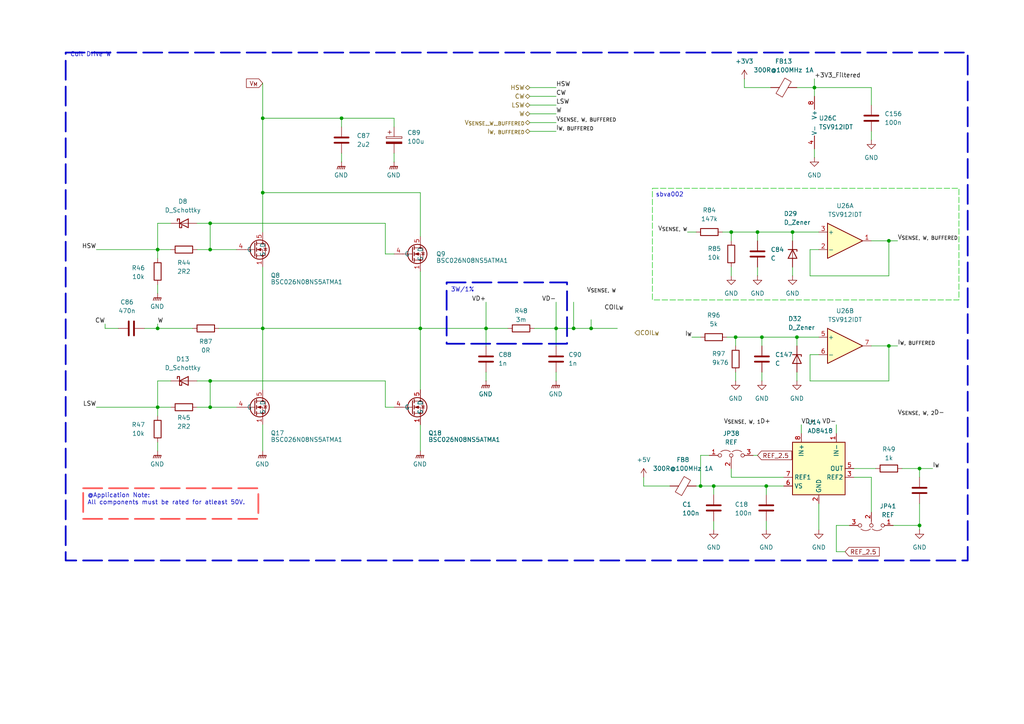
<source format=kicad_sch>
(kicad_sch (version 20231120) (generator "eeschema") (generator_version "8.0")
  (paper "A4")
  (title_block (title "HyperDrive Motor Controller") (rev "Mk. 1") (company "University of Alberta EcoCar Team"))
  (lib_symbols
    (symbol "Amplifier_Current:AD8418"
      (property "Reference" "U" (at -7.62 10.795 0))
      (property "Value" "AD8418" (at -7.62 8.89 0))
      (symbol "AD8418_0_1"
        (rectangle (start -7.62 7.62) (end 7.62 -7.62) (stroke (width 0.254)) (fill (type background)))
      )
      (symbol "AD8418_1_1"
        (pin input line (at 5.08 10.16 270) (length 2.54) (name "IN-") (number "1"))
        (pin power_in line (at 0 -10.16 90) (length 2.54) (name "GND") (number "2"))
        (pin input line (at 10.16 -2.54 180) (length 2.54) (name "REF2") (number "3"))
        (pin no_connect line (at 2.54 -7.62 90) (length 2.54) hide (name "NC") (number "4"))
        (pin output line (at 10.16 0 180) (length 2.54) (name "OUT") (number "5"))
        (pin power_in line (at -10.16 -5.08 0) (length 2.54) (name "VS") (number "6"))
        (pin input line (at -10.16 -2.54 0) (length 2.54) (name "REF1") (number "7"))
        (pin input line (at -5.08 10.16 270) (length 2.54) (name "IN+") (number "8"))
      )
    )
    (symbol "Amplifier_Operational:TSV912IDT" (pin_names (offset 0.127))
      (property "Reference" "U" (at 0 5.08 0))
      (property "Value" "TSV912IDT" (at 0 -5.08 0))
      (symbol "TSV912IDT_1_1"
        (polyline (pts (xy -5.08 5.08) (xy 5.08 0) (xy -5.08 -5.08) (xy -5.08 5.08)) (stroke (width 0.254)) (fill (type background)))
        (pin output line (at 7.62 0 180) (length 2.54) (name "~") (number "1"))
        (pin input line (at -7.62 -2.54 0) (length 2.54) (name "-") (number "2"))
        (pin input line (at -7.62 2.54 0) (length 2.54) (name "+") (number "3"))
      )
      (symbol "TSV912IDT_2_1"
        (polyline (pts (xy -5.08 5.08) (xy 5.08 0) (xy -5.08 -5.08) (xy -5.08 5.08)) (stroke (width 0.254)) (fill (type background)))
        (pin input line (at -7.62 2.54 0) (length 2.54) (name "+") (number "5"))
        (pin input line (at -7.62 -2.54 0) (length 2.54) (name "-") (number "6"))
        (pin output line (at 7.62 0 180) (length 2.54) (name "~") (number "7"))
      )
      (symbol "TSV912IDT_3_1"
        (pin power_in line (at -2.54 -7.62 90) (length 3.81) (name "V-") (number "4"))
        (pin power_in line (at -2.54 7.62 270) (length 3.81) (name "V+") (number "8"))
      )
    )
    (symbol "Device:C" (pin_numbers hide) (pin_names (offset 0.254))
      (property "Reference" "C" (at 0.635 2.54 0))
      (property "Value" "C" (at 0.635 -2.54 0))
      (symbol "C_0_1"
        (polyline (pts (xy -2.032 -0.762) (xy 2.032 -0.762)) (stroke (width 0.508)))
        (polyline (pts (xy -2.032 0.762) (xy 2.032 0.762)) (stroke (width 0.508)))
      )
      (symbol "C_1_1"
        (pin passive line (at 0 3.81 270) (length 2.794) (name "~") (number "1"))
        (pin passive line (at 0 -3.81 90) (length 2.794) (name "~") (number "2"))
      )
    )
    (symbol "Device:C_Polarized" (pin_numbers hide) (pin_names (offset 0.254))
      (property "Reference" "C" (at 0.635 2.54 0))
      (property "Value" "C_Polarized" (at 0.635 -2.54 0))
      (symbol "C_Polarized_0_1"
        (rectangle (start -2.286 0.508) (end 2.286 1.016))
        (polyline (pts (xy -1.778 2.286) (xy -0.762 2.286)))
        (polyline (pts (xy -1.27 2.794) (xy -1.27 1.778)))
        (rectangle (start 2.286 -0.508) (end -2.286 -1.016) (fill (type outline)))
      )
      (symbol "C_Polarized_1_1"
        (pin passive line (at 0 3.81 270) (length 2.794) (name "~") (number "1"))
        (pin passive line (at 0 -3.81 90) (length 2.794) (name "~") (number "2"))
      )
    )
    (symbol "Device:D_Schottky" (pin_numbers hide) (pin_names (offset 1.016) hide)
      (property "Reference" "D" (at 0 2.54 0))
      (property "Value" "D_Schottky" (at 0 -2.54 0))
      (symbol "D_Schottky_0_1"
        (polyline (pts (xy 1.27 0) (xy -1.27 0)))
        (polyline (pts (xy 1.27 1.27) (xy 1.27 -1.27) (xy -1.27 0) (xy 1.27 1.27)) (stroke (width 0.254)))
        (polyline (pts (xy -1.905 0.635) (xy -1.905 1.27) (xy -1.27 1.27) (xy -1.27 -1.27) (xy -0.635 -1.27) (xy -0.635 -0.635)) (stroke (width 0.254)))
      )
      (symbol "D_Schottky_1_1"
        (pin passive line (at -3.81 0 0) (length 2.54) (name "K") (number "1"))
        (pin passive line (at 3.81 0 180) (length 2.54) (name "A") (number "2"))
      )
    )
    (symbol "Device:D_Zener" (pin_numbers hide) (pin_names (offset 1.016) hide)
      (property "Reference" "D" (at 0 2.54 0))
      (property "Value" "D_Zener" (at 0 -2.54 0))
      (symbol "D_Zener_0_1"
        (polyline (pts (xy 1.27 0) (xy -1.27 0)))
        (polyline (pts (xy -1.27 -1.27) (xy -1.27 1.27) (xy -0.762 1.27)) (stroke (width 0.254)))
        (polyline (pts (xy 1.27 -1.27) (xy 1.27 1.27) (xy -1.27 0) (xy 1.27 -1.27)) (stroke (width 0.254)))
      )
      (symbol "D_Zener_1_1"
        (pin passive line (at -3.81 0 0) (length 2.54) (name "K") (number "1"))
        (pin passive line (at 3.81 0 180) (length 2.54) (name "A") (number "2"))
      )
    )
    (symbol "Device:FerriteBead" (pin_numbers hide) (pin_names (offset 0))
      (property "Reference" "FB" (at -3.81 0.635 90))
      (property "Value" "FerriteBead" (at 3.81 0 90))
      (symbol "FerriteBead_0_1"
        (polyline (pts (xy 0 -1.27) (xy 0 -1.2192)))
        (polyline (pts (xy 0 1.27) (xy 0 1.2954)))
        (polyline (pts (xy -2.7686 0.4064) (xy -1.7018 2.2606) (xy 2.7686 -0.3048) (xy 1.6764 -2.159) (xy -2.7686 0.4064)))
      )
      (symbol "FerriteBead_1_1"
        (pin passive line (at 0 3.81 270) (length 2.54) (name "~") (number "1"))
        (pin passive line (at 0 -3.81 90) (length 2.54) (name "~") (number "2"))
      )
    )
    (symbol "Device:R" (pin_numbers hide) (pin_names (offset 0))
      (property "Reference" "R" (at 2.032 0 90))
      (property "Value" "R" (at 0 0 90))
      (symbol "R_0_1"
        (rectangle (start -1.016 -2.54) (end 1.016 2.54) (stroke (width 0.254)))
      )
      (symbol "R_1_1"
        (pin passive line (at 0 3.81 270) (length 1.27) (name "~") (number "1"))
        (pin passive line (at 0 -3.81 90) (length 1.27) (name "~") (number "2"))
      )
    )
    (symbol "Jumper:Jumper_3_Open" (pin_names (offset 0) hide) (exclude_from_sim yes) (in_bom no)
      (property "Reference" "JP" (at -2.54 -2.54 0))
      (property "Value" "Jumper_3_Open" (at 0 2.794 0))
      (symbol "Jumper_3_Open_0_0"
        (circle (center -3.302 0) (radius 0.508))
        (circle (center 0 0) (radius 0.508))
        (circle (center 3.302 0) (radius 0.508))
      )
      (symbol "Jumper_3_Open_0_1"
        (arc (start -0.254 1.016) (mid -1.651 1.4992) (end -3.048 1.016))
        (polyline (pts (xy 0 -0.508) (xy 0 -1.27)))
        (arc (start 3.048 1.016) (mid 1.651 1.4992) (end 0.254 1.016))
      )
      (symbol "Jumper_3_Open_1_1"
        (pin passive line (at -6.35 0 0) (length 2.54) (name "A") (number "1"))
        (pin passive line (at 0 -3.81 90) (length 2.54) (name "C") (number "2"))
        (pin passive line (at 6.35 0 180) (length 2.54) (name "B") (number "3"))
      )
    )
    (symbol "ecocad:5 pin NMOS"
      (property "Reference" "Q" (at -6.35 6.35 0))
      (symbol "5 pin NMOS_0_1"
        (circle (center -0.889 0) (radius 2.794) (stroke (width 0.254)))
        (circle (center 0 -1.778) (radius 0.254) (fill (type outline)))
        (polyline (pts (xy -2.286 0) (xy -5.08 0)))
        (polyline (pts (xy -2.286 1.905) (xy -2.286 -1.905)) (stroke (width 0.254)))
        (polyline (pts (xy -1.778 -1.27) (xy -1.778 -2.286)) (stroke (width 0.254)))
        (polyline (pts (xy -1.778 0.508) (xy -1.778 -0.508)) (stroke (width 0.254)))
        (polyline (pts (xy -1.778 2.286) (xy -1.778 1.27)) (stroke (width 0.254)))
        (polyline (pts (xy 0 2.54) (xy 0 1.778)))
        (polyline (pts (xy 0 -2.54) (xy 0 0) (xy -1.778 0)))
        (polyline (pts (xy -1.778 -1.778) (xy 0.762 -1.778) (xy 0.762 1.778) (xy -1.778 1.778)))
        (polyline (pts (xy -1.524 0) (xy -0.508 0.381) (xy -0.508 -0.381) (xy -1.524 0)) (fill (type outline)))
        (polyline (pts (xy 0.254 0.508) (xy 0.381 0.381) (xy 1.143 0.381) (xy 1.27 0.254)))
        (polyline (pts (xy 0.762 0.381) (xy 0.381 -0.254) (xy 1.143 -0.254) (xy 0.762 0.381)))
        (circle (center 0 1.778) (radius 0.254) (fill (type outline)))
      )
      (symbol "5 pin NMOS_1_1"
        (pin passive line (at 0 -5.08 90) (length 2.54) (name "S") (number "1"))
        (pin passive line (at 0 -5.08 90) (length 2.54) hide (name "S") (number "2"))
        (pin passive line (at 0 -5.08 90) (length 2.54) hide (name "S") (number "3"))
        (pin input line (at -7.62 0 0) (length 2.54) (name "G") (number "4"))
        (pin passive line (at 0 5.08 270) (length 2.54) (name "D") (number "5"))
      )
    )
    (symbol "power:+3V3" (power) (pin_numbers hide) (pin_names (offset 0) hide)
      (property "Value" "+3V3" (at 0 3.556 0))
      (symbol "+3V3_0_1"
        (polyline (pts (xy -0.762 1.27) (xy 0 2.54)))
        (polyline (pts (xy 0 0) (xy 0 2.54)))
        (polyline (pts (xy 0 2.54) (xy 0.762 1.27)))
      )
      (symbol "+3V3_1_1"
        (pin power_in line (at 0 0 90) (length 0) (name "~") (number "1"))
      )
    )
    (symbol "power:+5V" (power) (pin_numbers hide) (pin_names (offset 0) hide)
      (property "Value" "+5V" (at 0 3.556 0))
      (symbol "+5V_0_1"
        (polyline (pts (xy -0.762 1.27) (xy 0 2.54)))
        (polyline (pts (xy 0 0) (xy 0 2.54)))
        (polyline (pts (xy 0 2.54) (xy 0.762 1.27)))
      )
      (symbol "+5V_1_1"
        (pin power_in line (at 0 0 90) (length 0) (name "~") (number "1"))
      )
    )
    (symbol "power:GND" (power) (pin_numbers hide) (pin_names (offset 0) hide)
      (property "Value" "GND" (at 0 -3.81 0))
      (symbol "GND_0_1"
        (polyline (pts (xy 0 0) (xy 0 -1.27) (xy 1.27 -1.27) (xy 0 -2.54) (xy -1.27 -1.27) (xy 0 -1.27)))
      )
      (symbol "GND_1_1"
        (pin power_in line (at 0 0 270) (length 0) (name "~") (number "1"))
      )
    )
    (symbol "power:GNDPWR" (power) (pin_numbers hide) (pin_names (offset 0) hide)
      (property "Value" "GNDPWR" (at 0 -3.302 0))
      (symbol "GNDPWR_0_1"
        (polyline (pts (xy 0 -1.27) (xy 0 0)))
        (polyline (pts (xy -1.016 -1.27) (xy -1.27 -2.032) (xy -1.27 -2.032)) (stroke (width 0.2032)))
        (polyline (pts (xy -0.508 -1.27) (xy -0.762 -2.032) (xy -0.762 -2.032)) (stroke (width 0.2032)))
        (polyline (pts (xy 0 -1.27) (xy -0.254 -2.032) (xy -0.254 -2.032)) (stroke (width 0.2032)))
        (polyline (pts (xy 0.508 -1.27) (xy 0.254 -2.032) (xy 0.254 -2.032)) (stroke (width 0.2032)))
        (polyline (pts (xy 1.016 -1.27) (xy -1.016 -1.27) (xy -1.016 -1.27)) (stroke (width 0.2032)))
        (polyline (pts (xy 1.016 -1.27) (xy 0.762 -2.032) (xy 0.762 -2.032) (xy 0.762 -2.032)) (stroke (width 0.2032)))
      )
      (symbol "GNDPWR_1_1"
        (pin power_in line (at 0 0 270) (length 0) (name "~") (number "1"))
      )
    )
  )
  (junction (at 76.2 34.29))
  (junction (at 236.22 25.4))
  (junction (at 45.72 95.25))
  (junction (at 229.87 67.31))
  (junction (at 257.81 69.85))
  (junction (at 219.71 67.31))
  (junction (at 203.2 140.97))
  (junction (at 222.25 140.97))
  (junction (at 207.01 140.97))
  (junction (at 45.72 72.39))
  (junction (at 76.2 95.25))
  (junction (at 171.45 95.25))
  (junction (at 213.36 97.79))
  (junction (at 220.98 97.79))
  (junction (at 231.14 97.79))
  (junction (at 257.81 100.33))
  (junction (at 45.72 118.11))
  (junction (at 166.37 95.25))
  (junction (at 266.7 135.89))
  (junction (at 140.97 95.25))
  (junction (at 161.29 95.25))
  (junction (at 60.96 64.77))
  (junction (at 99.06 34.29))
  (junction (at 60.96 118.11))
  (junction (at 60.96 72.39))
  (junction (at 76.2 55.88))
  (junction (at 60.96 110.49))
  (junction (at 121.92 95.25))
  (junction (at 212.09 67.31))
  (junction (at 266.7 152.4))
  (wire (pts (xy 201.93 140.97) (xy 203.2 140.97)))
  (wire (pts (xy 161.29 95.25) (xy 161.29 100.33)))
  (wire (pts (xy 57.15 118.11) (xy 60.96 118.11)))
  (wire (pts (xy 234.95 102.87) (xy 237.49 102.87)))
  (wire (pts (xy 247.65 135.89) (xy 254 135.89)))
  (wire (pts (xy 229.87 67.31) (xy 237.49 67.31)))
  (wire (pts (xy 215.9 25.4) (xy 223.52 25.4)))
  (wire (pts (xy 121.92 123.19) (xy 121.92 130.81)))
  (wire (pts (xy 121.92 55.88) (xy 76.2 55.88)))
  (wire (pts (xy 234.95 110.49) (xy 257.81 110.49)))
  (wire (pts (xy 199.39 67.31) (xy 201.93 67.31)))
  (wire (pts (xy 114.3 34.29) (xy 114.3 36.83)))
  (wire (pts (xy 231.14 107.95) (xy 231.14 110.49)))
  (wire (pts (xy 154.94 95.25) (xy 161.29 95.25)))
  (wire (pts (xy 237.49 72.39) (xy 234.95 72.39)))
  (wire (pts (xy 121.92 68.58) (xy 121.92 55.88)))
  (wire (pts (xy 210.82 97.79) (xy 213.36 97.79)))
  (wire (pts (xy 63.5 95.25) (xy 76.2 95.25)))
  (wire (pts (xy 171.45 95.25) (xy 179.07 95.25)))
  (wire (pts (xy 218.44 132.08) (xy 219.71 132.08)))
  (wire (pts (xy 257.81 100.33) (xy 260.35 100.33)))
  (wire (pts (xy 76.2 34.29) (xy 99.06 34.29)))
  (wire (pts (xy 257.81 80.01) (xy 257.81 69.85)))
  (wire (pts (xy 232.41 123.19) (xy 232.41 125.73)))
  (wire (pts (xy 231.14 97.79) (xy 237.49 97.79)))
  (wire (pts (xy 234.95 80.01) (xy 257.81 80.01)))
  (wire (pts (xy 76.2 34.29) (xy 76.2 55.88)))
  (wire (pts (xy 76.2 77.47) (xy 76.2 95.25)))
  (wire (pts (xy 213.36 97.79) (xy 213.36 100.33)))
  (wire (pts (xy 229.87 67.31) (xy 229.87 69.85)))
  (wire (pts (xy 140.97 107.95) (xy 140.97 110.49)))
  (wire (pts (xy 220.98 97.79) (xy 220.98 100.33)))
  (wire (pts (xy 257.81 100.33) (xy 252.73 100.33)))
  (wire (pts (xy 266.7 135.89) (xy 266.7 138.43)))
  (wire (pts (xy 153.67 27.94) (xy 161.29 27.94)))
  (wire (pts (xy 205.74 132.08) (xy 203.2 132.08)))
  (wire (pts (xy 242.57 152.4) (xy 242.57 160.02)))
  (wire (pts (xy 161.29 87.63) (xy 161.29 95.25)))
  (wire (pts (xy 57.15 64.77) (xy 60.96 64.77)))
  (wire (pts (xy 45.72 64.77) (xy 45.72 72.39)))
  (wire (pts (xy 212.09 67.31) (xy 212.09 69.85)))
  (wire (pts (xy 153.67 38.1) (xy 161.29 38.1)))
  (wire (pts (xy 247.65 138.43) (xy 252.73 138.43)))
  (wire (pts (xy 45.72 118.11) (xy 49.53 118.11)))
  (wire (pts (xy 140.97 95.25) (xy 140.97 100.33)))
  (wire (pts (xy 203.2 140.97) (xy 207.01 140.97)))
  (wire (pts (xy 45.72 128.27) (xy 45.72 130.81)))
  (wire (pts (xy 45.72 110.49) (xy 45.72 118.11)))
  (wire (pts (xy 207.01 140.97) (xy 222.25 140.97)))
  (wire (pts (xy 166.37 87.63) (xy 166.37 95.25)))
  (wire (pts (xy 220.98 107.95) (xy 220.98 110.49)))
  (wire (pts (xy 237.49 146.05) (xy 237.49 153.67)))
  (wire (pts (xy 203.2 132.08) (xy 203.2 140.97)))
  (wire (pts (xy 76.2 95.25) (xy 76.2 113.03)))
  (wire (pts (xy 121.92 95.25) (xy 140.97 95.25)))
  (wire (pts (xy 200.66 97.79) (xy 203.2 97.79)))
  (wire (pts (xy 45.72 72.39) (xy 49.53 72.39)))
  (wire (pts (xy 111.76 64.77) (xy 60.96 64.77)))
  (wire (pts (xy 171.45 92.71) (xy 171.45 95.25)))
  (wire (pts (xy 99.06 44.45) (xy 99.06 46.99)))
  (wire (pts (xy 166.37 95.25) (xy 161.29 95.25)))
  (wire (pts (xy 140.97 95.25) (xy 147.32 95.25)))
  (wire (pts (xy 49.53 110.49) (xy 45.72 110.49)))
  (wire (pts (xy 213.36 97.79) (xy 220.98 97.79)))
  (wire (pts (xy 257.81 110.49) (xy 257.81 100.33)))
  (wire (pts (xy 41.91 95.25) (xy 45.72 95.25)))
  (wire (pts (xy 153.67 25.4) (xy 161.29 25.4)))
  (wire (pts (xy 259.08 152.4) (xy 266.7 152.4)))
  (wire (pts (xy 111.76 73.66) (xy 111.76 64.77)))
  (wire (pts (xy 99.06 34.29) (xy 114.3 34.29)))
  (wire (pts (xy 111.76 110.49) (xy 111.76 118.11)))
  (wire (pts (xy 270.51 135.89) (xy 266.7 135.89)))
  (wire (pts (xy 76.2 24.13) (xy 76.2 34.29)))
  (wire (pts (xy 212.09 138.43) (xy 227.33 138.43)))
  (wire (pts (xy 45.72 118.11) (xy 45.72 120.65)))
  (wire (pts (xy 45.72 72.39) (xy 45.72 74.93)))
  (wire (pts (xy 252.73 138.43) (xy 252.73 148.59)))
  (wire (pts (xy 99.06 34.29) (xy 99.06 36.83)))
  (wire (pts (xy 252.73 25.4) (xy 236.22 25.4)))
  (wire (pts (xy 76.2 123.19) (xy 76.2 130.81)))
  (wire (pts (xy 45.72 95.25) (xy 55.88 95.25)))
  (wire (pts (xy 252.73 30.48) (xy 252.73 25.4)))
  (wire (pts (xy 57.15 110.49) (xy 60.96 110.49)))
  (wire (pts (xy 76.2 95.25) (xy 121.92 95.25)))
  (wire (pts (xy 114.3 44.45) (xy 114.3 46.99)))
  (wire (pts (xy 121.92 113.03) (xy 121.92 95.25)))
  (wire (pts (xy 222.25 151.13) (xy 222.25 153.67)))
  (wire (pts (xy 186.69 140.97) (xy 194.31 140.97)))
  (wire (pts (xy 234.95 102.87) (xy 234.95 110.49)))
  (wire (pts (xy 266.7 146.05) (xy 266.7 152.4)))
  (wire (pts (xy 236.22 22.86) (xy 236.22 25.4)))
  (wire (pts (xy 27.94 72.39) (xy 45.72 72.39)))
  (wire (pts (xy 252.73 69.85) (xy 257.81 69.85)))
  (wire (pts (xy 171.45 95.25) (xy 166.37 95.25)))
  (wire (pts (xy 245.11 160.02) (xy 242.57 160.02)))
  (wire (pts (xy 229.87 77.47) (xy 229.87 80.01)))
  (wire (pts (xy 111.76 118.11) (xy 114.3 118.11)))
  (wire (pts (xy 266.7 135.89) (xy 261.62 135.89)))
  (wire (pts (xy 207.01 151.13) (xy 207.01 153.67)))
  (wire (pts (xy 30.48 93.98) (xy 30.48 95.25)))
  (wire (pts (xy 76.2 55.88) (xy 76.2 67.31)))
  (wire (pts (xy 161.29 107.95) (xy 161.29 110.49)))
  (wire (pts (xy 153.67 35.56) (xy 161.29 35.56)))
  (wire (pts (xy 222.25 140.97) (xy 227.33 140.97)))
  (wire (pts (xy 49.53 64.77) (xy 45.72 64.77)))
  (wire (pts (xy 242.57 152.4) (xy 246.38 152.4)))
  (wire (pts (xy 140.97 87.63) (xy 140.97 95.25)))
  (wire (pts (xy 111.76 73.66) (xy 114.3 73.66)))
  (wire (pts (xy 212.09 138.43) (xy 212.09 135.89)))
  (wire (pts (xy 207.01 140.97) (xy 207.01 143.51)))
  (wire (pts (xy 222.25 143.51) (xy 222.25 140.97)))
  (wire (pts (xy 27.94 118.11) (xy 45.72 118.11)))
  (wire (pts (xy 212.09 67.31) (xy 219.71 67.31)))
  (wire (pts (xy 209.55 67.31) (xy 212.09 67.31)))
  (wire (pts (xy 231.14 25.4) (xy 236.22 25.4)))
  (wire (pts (xy 219.71 67.31) (xy 229.87 67.31)))
  (wire (pts (xy 242.57 123.19) (xy 242.57 125.73)))
  (wire (pts (xy 57.15 72.39) (xy 60.96 72.39)))
  (wire (pts (xy 60.96 110.49) (xy 60.96 118.11)))
  (wire (pts (xy 219.71 67.31) (xy 219.71 69.85)))
  (wire (pts (xy 45.72 82.55) (xy 45.72 85.09)))
  (wire (pts (xy 215.9 22.86) (xy 215.9 25.4)))
  (wire (pts (xy 60.96 110.49) (xy 111.76 110.49)))
  (wire (pts (xy 231.14 97.79) (xy 231.14 100.33)))
  (wire (pts (xy 236.22 25.4) (xy 236.22 27.94)))
  (wire (pts (xy 60.96 72.39) (xy 68.58 72.39)))
  (wire (pts (xy 153.67 30.48) (xy 161.29 30.48)))
  (wire (pts (xy 266.7 152.4) (xy 266.7 153.67)))
  (wire (pts (xy 212.09 77.47) (xy 212.09 80.01)))
  (wire (pts (xy 186.69 138.43) (xy 186.69 140.97)))
  (wire (pts (xy 220.98 97.79) (xy 231.14 97.79)))
  (wire (pts (xy 252.73 38.1) (xy 252.73 40.64)))
  (wire (pts (xy 45.72 93.98) (xy 45.72 95.25)))
  (wire (pts (xy 257.81 69.85) (xy 260.35 69.85)))
  (wire (pts (xy 236.22 43.18) (xy 236.22 45.72)))
  (wire (pts (xy 153.67 33.02) (xy 161.29 33.02)))
  (wire (pts (xy 234.95 72.39) (xy 234.95 80.01)))
  (wire (pts (xy 213.36 107.95) (xy 213.36 110.49)))
  (wire (pts (xy 219.71 77.47) (xy 219.71 80.01)))
  (wire (pts (xy 121.92 78.74) (xy 121.92 95.25)))
  (wire (pts (xy 30.48 95.25) (xy 34.29 95.25)))
  (wire (pts (xy 60.96 118.11) (xy 68.58 118.11)))
  (wire (pts (xy 60.96 64.77) (xy 60.96 72.39)))
  (rectangle (start 19.05 15.24) (end 280.67 162.56) (stroke (width 0.5) (type dash)))
  (text_box "sbva002" (at 189.23 54.61 0) (size 88.9 32.385) (stroke (width 0) (type dash) (color 0 194 0 1)) (effects (font (size 1.27 1.27)) (justify left top)))
  (text_box "3W/1%" (at 129.54 81.915 0) (size 34.925 17.78) (stroke (width 0.5) (type dash)) (effects (font (size 1.27 1.27)) (justify left top)))
  (text_box "@Application Note:\nAll components must be rated for atleast 50V." (at 24.13 141.605 0) (size 50.8 8.89) (stroke (width 0.5) (type dash) (color 255 88 86 1)) (effects (font (size 1.27 1.27)) (justify left top)))
  (text "Coil Drive W" (at 20.32 15.875 0) (effects (font (size 1.27 1.27)) (justify left)))
  (label "VD-" (at 242.57 123.19 180))
  (label "V_{SENSE, W}" (at 170.18 85.09 0))
  (label "LSW" (at 27.94 118.11 180))
  (label "VD-" (at 161.29 87.63 180))
  (label "HSW" (at 161.29 25.4 0))
  (label "CW" (at 161.29 27.94 0))
  (label "V_{SENSE, W, BUFFERED}" (at 161.29 35.56 0))
  (label "VD+" (at 232.41 123.19 0))
  (label "VD+" (at 140.97 87.63 180))
  (label "W" (at 161.29 33.02 0))
  (label "I_{W, BUFFERED}" (at 161.29 38.1 0))
  (label "COIL_{W}" (at 175.26 90.17 0))
  (label "CW" (at 30.48 93.98 180))
  (label "HSW" (at 27.94 72.39 180))
  (label "V_{SENSE, W, BUFFERED}" (at 260.35 69.85 0))
  (label "W" (at 45.72 93.98 0))
  (label "+3V3_Filtered" (at 236.22 22.86 0))
  (label "I_{W}" (at 270.51 135.89 0))
  (label "V_{SENSE, W, 1}D+" (at 223.52 123.19 180))
  (label "LSW" (at 161.29 30.48 0))
  (label "I_{W}" (at 200.66 97.79 180))
  (label "V_{SENSE, W, 2}D-" (at 260.35 120.65 0))
  (label "V_{SENSE, W}" (at 199.39 67.31 180))
  (label "I_{W, BUFFERED}" (at 260.35 100.33 0))
  (global_label "REF_2.5" (shape input) (at 219.71 132.08 0) (property "Intersheetrefs" "${INTERSHEET_REFS}" (effects (hide yes))))
  (global_label "REF_2.5" (shape input) (at 245.11 160.02 0) (property "Intersheetrefs" "${INTERSHEET_REFS}" (effects (hide yes))))
  (global_label "V_{M}" (shape input) (at 76.2 24.13 180) (property "Intersheetrefs" "${INTERSHEET_REFS}" (effects (hide yes))))
  (hierarchical_label "V_{SENSE,_W,_BUFFERED}" (shape bidirectional) (at 153.67 35.56 180))
  (hierarchical_label "COIL_{W}" (shape input) (at 184.15 96.52 0))
  (hierarchical_label "I_{W, BUFFERED}" (shape bidirectional) (at 153.67 38.1 180))
  (hierarchical_label "W" (shape bidirectional) (at 153.67 33.02 180))
  (hierarchical_label "HSW" (shape bidirectional) (at 153.67 25.4 180))
  (hierarchical_label "LSW" (shape bidirectional) (at 153.67 30.48 180))
  (hierarchical_label "CW" (shape bidirectional) (at 153.67 27.94 180))
  (symbol (lib_id "power:GNDPWR") (at 114.3 46.99 0) (unit 1)
    (property "Reference" "#PWR0135" (effects (hide yes)))
    (property "Value" "GND" (at 114.173 50.8 0))
    (property "Description" "Power symbol creates a global label with name \"GNDPWR\" , global ground" (effects (hide yes)))
  )
  (symbol (lib_id "power:GNDPWR") (at 161.29 110.49 0) (unit 1)
    (property "Reference" "#PWR0136" (effects (hide yes)))
    (property "Value" "GND" (at 161.163 114.3 0))
    (property "Description" "Power symbol creates a global label with name \"GNDPWR\" , global ground" (effects (hide yes)))
  )
  (symbol (lib_id "power:GND") (at 213.36 110.49 0) (unit 1)
    (property "Reference" "#PWR0250" (effects (hide yes)))
    (property "Value" "GND" (at 213.36 115.57 0))
    (property "Description" "Power symbol creates a global label with name \"GND\" , ground" (effects (hide yes)))
  )
  (symbol (lib_id "power:+3V3") (at 215.9 22.86 0) (unit 1)
    (property "Reference" "#PWR0113" (effects (hide yes)))
    (property "Value" "+3V3" (at 215.9 17.78 0))
    (property "Description" "Power symbol creates a global label with name \"+3V3\"" (effects (hide yes)))
  )
  (symbol (lib_id "Device:D_Zener") (at 231.14 104.14 270) (unit 1)
    (property "Reference" "D32" (at 228.6 92.456 90) (effects (justify left)))
    (property "Value" "D_Zener" (at 228.6 94.996 90) (effects (justify left)))
    (property "Description" "Zener diode" (effects (hide yes)))
  )
  (symbol (lib_id "Device:D_Schottky") (at 53.34 110.49 0) (unit 1)
    (property "Reference" "D13" (at 53.0225 104.14 0))
    (property "Value" "D_Schottky" (at 53.0225 106.68 0))
    (property "Description" "Schottky diode" (effects (hide yes)))
  )
  (symbol (lib_id "power:GNDPWR") (at 99.06 46.99 0) (unit 1)
    (property "Reference" "#PWR0133" (effects (hide yes)))
    (property "Value" "GND" (at 98.933 50.8 0))
    (property "Description" "Power symbol creates a global label with name \"GNDPWR\" , global ground" (effects (hide yes)))
  )
  (symbol (lib_id "Device:R") (at 59.69 95.25 90) (unit 1)
    (property "Reference" "R87" (at 59.69 99.06 90))
    (property "Value" "0R" (at 59.69 101.6 90))
    (property "Footprint" "Resistor_SMD:R_0603_1608Metric" (effects (hide yes)))
    (property "Description" "Resistor" (effects (hide yes)))
  )
  (symbol (lib_id "Jumper:Jumper_3_Open") (at 252.73 152.4 180) (unit 1) (exclude_from_sim yes) (in_bom no)
    (property "Reference" "JP41" (at 257.556 146.812 0))
    (property "Value" "REF" (at 257.556 149.352 0))
    (property "Footprint" "Jumper:SolderJumper-3_P1.3mm_Open_Pad1.0x1.5mm" (effects (hide yes)))
    (property "Description" "Jumper, 3-pole, both open" (effects (hide yes)))
  )
  (symbol (lib_id "Device:C") (at 99.06 40.64 0) (unit 1)
    (property "Reference" "C87" (at 105.41 39.37 0))
    (property "Value" "2u2" (at 105.41 41.91 0))
    (property "Footprint" "Capacitor_SMD:C_1210_3225Metric" (effects (hide yes)))
    (property "Description" "Unpolarized capacitor" (effects (hide yes)))
  )
  (symbol (lib_id "Device:R") (at 205.74 67.31 90) (unit 1)
    (property "Reference" "R84" (at 205.74 60.96 90))
    (property "Value" "147k" (at 205.74 63.5 90))
    (property "Footprint" "Resistor_SMD:R_0603_1608Metric" (effects (hide yes)))
    (property "Description" "Resistor" (effects (hide yes)))
  )
  (symbol (lib_id "ecocad:5 pin NMOS") (at 121.92 118.11 0) (unit 1)
    (property "Reference" "Q18" (at 124.206 125.6029 0) (effects (justify left)))
    (property "Value" "BSC026N08NS5ATMA1" (at 124.206 127.508 0) (effects (justify left)))
    (property "Footprint" "Package_SON:Infineon_PG-TDSON-8_6.15x5.15mm" (effects (hide yes)))
    (property "Datasheet" "https://www.infineon.com/dgdl/Infineon-BSC026N08NS5-DS-v02_01-EN.pdf?fileId=5546d4624ad04ef9014ae2eace7629e0" (effects (hide yes)))
    (property "DK#" "BSC026N08NS5ATMA1CT-ND" (effects (hide yes)))
  )
  (symbol (lib_id "power:GND") (at 222.25 153.67 0) (unit 1)
    (property "Reference" "#PWR0126" (effects (hide yes)))
    (property "Value" "GND" (at 222.25 158.75 0))
    (property "Description" "Power symbol creates a global label with name \"GND\" , ground" (effects (hide yes)))
  )
  (symbol (lib_id "Device:D_Zener") (at 229.87 73.66 270) (unit 1)
    (property "Reference" "D29" (at 227.33 61.976 90) (effects (justify left)))
    (property "Value" "D_Zener" (at 227.33 64.516 90) (effects (justify left)))
    (property "Description" "Zener diode" (effects (hide yes)))
  )
  (symbol (lib_id "power:GND") (at 229.87 80.01 0) (unit 1)
    (property "Reference" "#PWR0231" (effects (hide yes)))
    (property "Value" "GND" (at 229.87 85.09 0))
    (property "Description" "Power symbol creates a global label with name \"GND\" , ground" (effects (hide yes)))
  )
  (symbol (lib_id "Device:C") (at 140.97 104.14 0) (unit 1)
    (property "Reference" "C88" (at 144.526 102.87 0) (effects (justify left)))
    (property "Value" "1n" (at 144.526 105.41 0) (effects (justify left)))
    (property "Footprint" "Capacitor_SMD:C_0603_1608Metric" (effects (hide yes)))
    (property "Description" "Unpolarized capacitor" (effects (hide yes)))
  )
  (symbol (lib_id "power:GND") (at 207.01 153.67 0) (unit 1)
    (property "Reference" "#PWR0118" (effects (hide yes)))
    (property "Value" "GND" (at 207.01 158.75 0))
    (property "Description" "Power symbol creates a global label with name \"GND\" , ground" (effects (hide yes)))
  )
  (symbol (lib_id "Device:C") (at 222.25 147.32 0) (unit 1)
    (property "Reference" "C18" (at 213.106 146.304 0) (effects (justify left)))
    (property "Value" "100n" (at 213.106 148.844 0) (effects (justify left)))
    (property "Footprint" "Capacitor_SMD:C_0603_1608Metric" (effects (hide yes)))
    (property "Description" "Unpolarized capacitor" (effects (hide yes)))
  )
  (symbol (lib_id "Device:C_Polarized") (at 114.3 40.64 0) (unit 1)
    (property "Reference" "C89" (at 118.11 38.4809 0) (effects (justify left)))
    (property "Value" "100u" (at 118.11 41.0209 0) (effects (justify left)))
    (property "Footprint" "Capacitor_SMD:CP_Elec_10x10" (effects (hide yes)))
    (property "Description" "Polarized capacitor" (effects (hide yes)))
    (property "DK#" "565-2511-1-ND" (effects (hide yes)))
  )
  (symbol (lib_id "Device:R") (at 53.34 118.11 90) (unit 1)
    (property "Reference" "R45" (at 53.34 121.158 90))
    (property "Value" "2R2" (at 53.34 123.698 90))
    (property "Footprint" "Resistor_SMD:R_0603_1608Metric" (effects (hide yes)))
    (property "Description" "Resistor" (effects (hide yes)))
  )
  (symbol (lib_id "Device:R") (at 213.36 104.14 180) (unit 1)
    (property "Reference" "R97" (at 206.502 102.616 0) (effects (justify right)))
    (property "Value" "9k76" (at 206.502 105.156 0) (effects (justify right)))
    (property "Footprint" "Resistor_SMD:R_0603_1608Metric" (effects (hide yes)))
    (property "Description" "Resistor" (effects (hide yes)))
  )
  (symbol (lib_id "Device:FerriteBead") (at 198.12 140.97 90) (unit 1)
    (property "Reference" "FB8" (at 198.0692 133.35 90))
    (property "Value" "300R@100MHz 1A" (at 198.0692 135.89 90))
    (property "Footprint" "Inductor_SMD:L_0603_1608Metric" (effects (hide yes)))
    (property "Description" "Ferrite bead" (effects (hide yes)))
  )
  (symbol (lib_id "Device:R") (at 207.01 97.79 90) (unit 1)
    (property "Reference" "R96" (at 207.01 91.44 90))
    (property "Value" "5k" (at 207.01 93.98 90))
    (property "Footprint" "Resistor_SMD:R_0603_1608Metric" (effects (hide yes)))
    (property "Description" "Resistor" (effects (hide yes)))
  )
  (symbol (lib_id "ecocad:5 pin NMOS") (at 76.2 118.11 0) (unit 1)
    (property "Reference" "Q17" (at 78.486 125.6029 0) (effects (justify left)))
    (property "Value" "BSC026N08NS5ATMA1" (at 78.486 127.508 0) (effects (justify left)))
    (property "Footprint" "Package_SON:Infineon_PG-TDSON-8_6.15x5.15mm" (effects (hide yes)))
    (property "Datasheet" "https://www.infineon.com/dgdl/Infineon-BSC026N08NS5-DS-v02_01-EN.pdf?fileId=5546d4624ad04ef9014ae2eace7629e0" (effects (hide yes)))
    (property "DK#" "BSC026N08NS5ATMA1CT-ND" (effects (hide yes)))
  )
  (symbol (lib_id "power:GNDPWR") (at 121.92 130.81 0) (unit 1)
    (property "Reference" "#PWR0273" (effects (hide yes)))
    (property "Value" "GND" (at 121.793 134.62 0))
    (property "Description" "Power symbol creates a global label with name \"GNDPWR\" , global ground" (effects (hide yes)))
  )
  (symbol (lib_id "power:GNDPWR") (at 45.72 85.09 0) (unit 1)
    (property "Reference" "#PWR0128" (effects (hide yes)))
    (property "Value" "GND" (at 45.593 88.9 0))
    (property "Description" "Power symbol creates a global label with name \"GNDPWR\" , global ground" (effects (hide yes)))
  )
  (symbol (lib_id "power:GND") (at 266.7 153.67 0) (unit 1)
    (property "Reference" "#PWR0139" (effects (hide yes)))
    (property "Value" "GND" (at 266.7 158.75 0))
    (property "Description" "Power symbol creates a global label with name \"GND\" , ground" (effects (hide yes)))
  )
  (symbol (lib_id "Device:C") (at 161.29 104.14 0) (unit 1)
    (property "Reference" "C90" (at 164.846 102.87 0) (effects (justify left)))
    (property "Value" "1n" (at 164.846 105.41 0) (effects (justify left)))
    (property "Footprint" "Capacitor_SMD:C_0603_1608Metric" (effects (hide yes)))
    (property "Description" "Unpolarized capacitor" (effects (hide yes)))
  )
  (symbol (lib_id "ecocad:5 pin NMOS") (at 121.92 73.66 0) (unit 1)
    (property "Reference" "Q9" (at 126.492 73.66 0) (effects (justify left)))
    (property "Value" "BSC026N08NS5ATMA1" (at 126.492 75.5651 0) (effects (justify left)))
    (property "Footprint" "Package_SON:Infineon_PG-TDSON-8_6.15x5.15mm" (effects (hide yes)))
    (property "Datasheet" "https://www.infineon.com/dgdl/Infineon-BSC026N08NS5-DS-v02_01-EN.pdf?fileId=5546d4624ad04ef9014ae2eace7629e0" (effects (hide yes)))
    (property "DK#" "BSC026N08NS5ATMA1CT-ND" (effects (hide yes)))
  )
  (symbol (lib_id "Device:R") (at 212.09 73.66 180) (unit 1)
    (property "Reference" "R85" (at 205.232 72.136 0) (effects (justify right)))
    (property "Value" "10k" (at 205.232 74.676 0) (effects (justify right)))
    (property "Footprint" "Resistor_SMD:R_0603_1608Metric" (effects (hide yes)))
    (property "Description" "Resistor" (effects (hide yes)))
  )
  (symbol (lib_id "Amplifier_Operational:TSV912IDT") (at 245.11 69.85 0) (unit 1)
    (property "Reference" "U26" (at 245.11 59.69 0))
    (property "Value" "TSV912IDT" (at 245.11 62.23 0))
    (property "Footprint" "Package_SO:SOIC-8_3.9x4.9mm_P1.27mm" (effects (hide yes)))
    (property "Datasheet" "www.st.com/resource/en/datasheet/tsv911.pdf" (effects (hide yes)))
    (property "Description" "Dual rail-to-rail input/output 8 MHz operational amplifiers, SOIC-8" (effects (hide yes)))
  )
  (symbol (lib_id "Device:C") (at 207.01 147.32 0) (unit 1)
    (property "Reference" "C1" (at 197.866 146.304 0) (effects (justify left)))
    (property "Value" "100n" (at 197.866 148.844 0) (effects (justify left)))
    (property "Footprint" "Capacitor_SMD:C_0603_1608Metric" (effects (hide yes)))
    (property "Description" "Unpolarized capacitor" (effects (hide yes)))
  )
  (symbol (lib_id "Device:D_Schottky") (at 53.34 64.77 0) (unit 1)
    (property "Reference" "D8" (at 53.0225 58.42 0))
    (property "Value" "D_Schottky" (at 53.0225 60.96 0))
    (property "Description" "Schottky diode" (effects (hide yes)))
  )
  (symbol (lib_id "Device:C") (at 219.71 73.66 0) (unit 1)
    (property "Reference" "C84" (at 223.52 72.3899 0) (effects (justify left)))
    (property "Value" "C" (at 223.52 74.9299 0) (effects (justify left)))
    (property "Footprint" "Capacitor_SMD:C_0603_1608Metric" (effects (hide yes)))
    (property "Description" "Unpolarized capacitor" (effects (hide yes)))
  )
  (symbol (lib_id "Device:R") (at 257.81 135.89 90) (unit 1)
    (property "Reference" "R49" (at 257.81 130.302 90))
    (property "Value" "1k" (at 257.81 132.842 90))
    (property "Footprint" "Resistor_SMD:R_0603_1608Metric" (effects (hide yes)))
    (property "Description" "Resistor" (effects (hide yes)))
  )
  (symbol (lib_id "ecocad:5 pin NMOS") (at 76.2 72.39 0) (unit 1)
    (property "Reference" "Q8" (at 78.486 79.8829 0) (effects (justify left)))
    (property "Value" "BSC026N08NS5ATMA1" (at 78.486 81.788 0) (effects (justify left)))
    (property "Footprint" "Package_SON:Infineon_PG-TDSON-8_6.15x5.15mm" (effects (hide yes)))
    (property "Datasheet" "https://www.infineon.com/dgdl/Infineon-BSC026N08NS5-DS-v02_01-EN.pdf?fileId=5546d4624ad04ef9014ae2eace7629e0" (effects (hide yes)))
    (property "DK#" "BSC026N08NS5ATMA1CT-ND" (effects (hide yes)))
  )
  (symbol (lib_id "Jumper:Jumper_3_Open") (at 212.09 132.08 0) (unit 1) (exclude_from_sim yes) (in_bom no)
    (property "Reference" "JP38" (at 212.09 125.73 0))
    (property "Value" "REF" (at 212.09 128.27 0))
    (property "Footprint" "Jumper:SolderJumper-3_P1.3mm_Open_Pad1.0x1.5mm" (effects (hide yes)))
    (property "Description" "Jumper, 3-pole, both open" (effects (hide yes)))
  )
  (symbol (lib_id "Amplifier_Operational:TSV912IDT") (at 238.76 35.56 0) (unit 3)
    (property "Reference" "U26" (at 237.49 34.2899 0) (effects (justify left)))
    (property "Value" "TSV912IDT" (at 237.49 36.8299 0) (effects (justify left)))
    (property "Footprint" "Package_SO:SOIC-8_3.9x4.9mm_P1.27mm" (effects (hide yes)))
    (property "Datasheet" "www.st.com/resource/en/datasheet/tsv911.pdf" (effects (hide yes)))
    (property "Description" "Dual rail-to-rail input/output 8 MHz operational amplifiers, SOIC-8" (effects (hide yes)))
  )
  (symbol (lib_id "Amplifier_Current:AD8418") (at 237.49 135.89 0) (unit 1)
    (property "Reference" "U14" (at 234.188 122.428 0) (effects (justify left)))
    (property "Value" "AD8418" (at 234.188 124.968 0) (effects (justify left)))
    (property "Footprint" "Package_SO:SOIC-8_3.9x4.9mm_P1.27mm" (effects (hide yes)))
    (property "Datasheet" "https://www.analog.com/media/en/technical-documentation/data-sheets/AD8418.pdf" (effects (hide yes)))
    (property "Description" "70V Bidirectional, Zero Drift, Current Sense Amplifier, 20V/V gain, bandwidth 250kHz, VS=2.7V~5.5V, SOIC-8/MSOP-8" (effects (hide yes)))
    (property "DK#" "505-AD8418BRMZ-RLCT-ND" (effects (hide yes)))
    (property "LCSC Part#" "C462197" (effects (hide yes)))
  )
  (symbol (lib_id "power:GND") (at 212.09 80.01 0) (unit 1)
    (property "Reference" "#PWR0229" (effects (hide yes)))
    (property "Value" "GND" (at 212.09 85.09 0))
    (property "Description" "Power symbol creates a global label with name \"GND\" , ground" (effects (hide yes)))
  )
  (symbol (lib_id "power:GND") (at 237.49 153.67 0) (unit 1)
    (property "Reference" "#PWR0130" (effects (hide yes)))
    (property "Value" "GND" (at 237.49 158.75 0))
    (property "Description" "Power symbol creates a global label with name \"GND\" , ground" (effects (hide yes)))
  )
  (symbol (lib_id "power:GND") (at 236.22 45.72 0) (unit 1)
    (property "Reference" "#PWR0232" (effects (hide yes)))
    (property "Value" "GND" (at 236.22 50.8 0))
    (property "Description" "Power symbol creates a global label with name \"GND\" , ground" (effects (hide yes)))
  )
  (symbol (lib_id "Device:C") (at 252.73 34.29 0) (unit 1)
    (property "Reference" "C156" (at 256.54 33.0199 0) (effects (justify left)))
    (property "Value" "100n" (at 256.54 35.5599 0) (effects (justify left)))
    (property "Footprint" "Capacitor_SMD:C_0603_1608Metric" (effects (hide yes)))
    (property "Description" "Unpolarized capacitor" (effects (hide yes)))
  )
  (symbol (lib_id "Device:R") (at 151.13 95.25 90) (unit 1)
    (property "Reference" "R48" (at 151.13 90.17 90))
    (property "Value" "3m" (at 151.13 92.71 90))
    (property "Footprint" "ecocad_lib_footprints:CSS2H-2512" (effects (hide yes)))
    (property "Description" "Resistor" (effects (hide yes)))
    (property "DK#" "118-CSS2H-2512K-3L00FECT-ND" (effects (hide yes)))
  )
  (symbol (lib_id "power:GND") (at 252.73 40.64 0) (unit 1)
    (property "Reference" "#PWR0270" (effects (hide yes)))
    (property "Value" "GND" (at 252.73 45.72 0))
    (property "Description" "Power symbol creates a global label with name \"GND\" , ground" (effects (hide yes)))
  )
  (symbol (lib_id "Device:C") (at 220.98 104.14 0) (unit 1)
    (property "Reference" "C147" (at 224.79 102.8699 0) (effects (justify left)))
    (property "Value" "C" (at 224.79 105.4099 0) (effects (justify left)))
    (property "Footprint" "Capacitor_SMD:C_0603_1608Metric" (effects (hide yes)))
    (property "Description" "Unpolarized capacitor" (effects (hide yes)))
  )
  (symbol (lib_id "Device:R") (at 45.72 78.74 180) (unit 1)
    (property "Reference" "R46" (at 40.132 77.724 0))
    (property "Value" "10k" (at 40.132 80.264 0))
    (property "Footprint" "Resistor_SMD:R_0603_1608Metric" (effects (hide yes)))
    (property "Description" "Resistor" (effects (hide yes)))
  )
  (symbol (lib_id "Device:C") (at 266.7 142.24 0) (unit 1)
    (property "Reference" "C92" (effects (hide yes)))
    (property "Value" "2n2" (effects (hide yes)))
    (property "Footprint" "Capacitor_SMD:C_0603_1608Metric" (effects (hide yes)))
    (property "Description" "Unpolarized capacitor" (effects (hide yes)))
  )
  (symbol (lib_id "power:GNDPWR") (at 45.72 130.81 0) (unit 1)
    (property "Reference" "#PWR0129" (effects (hide yes)))
    (property "Value" "GND" (at 45.593 134.62 0))
    (property "Description" "Power symbol creates a global label with name \"GNDPWR\" , global ground" (effects (hide yes)))
  )
  (symbol (lib_id "Device:FerriteBead") (at 227.33 25.4 90) (unit 1)
    (property "Reference" "FB13" (at 227.2792 17.78 90))
    (property "Value" "300R@100MHz 1A" (at 227.2792 20.32 90))
    (property "Footprint" "Inductor_SMD:L_0603_1608Metric" (effects (hide yes)))
    (property "Description" "Ferrite bead" (effects (hide yes)))
  )
  (symbol (lib_id "Device:C") (at 38.1 95.25 270) (unit 1)
    (property "Reference" "C86" (at 36.83 87.63 90))
    (property "Value" "470n" (at 36.83 90.17 90))
    (property "Footprint" "Capacitor_SMD:C_0603_1608Metric" (effects (hide yes)))
    (property "Description" "Unpolarized capacitor" (effects (hide yes)))
  )
  (symbol (lib_id "power:+5V") (at 186.69 138.43 0) (unit 1)
    (property "Reference" "#PWR020" (effects (hide yes)))
    (property "Value" "+5V" (at 186.69 133.35 0))
    (property "Description" "Power symbol creates a global label with name \"+5V\"" (effects (hide yes)))
  )
  (symbol (lib_id "Device:R") (at 45.72 124.46 180) (unit 1)
    (property "Reference" "R47" (at 40.132 123.19 0))
    (property "Value" "10k" (at 40.132 125.73 0))
    (property "Footprint" "Resistor_SMD:R_0603_1608Metric" (effects (hide yes)))
    (property "Description" "Resistor" (effects (hide yes)))
  )
  (symbol (lib_id "power:GND") (at 231.14 110.49 0) (unit 1)
    (property "Reference" "#PWR0252" (effects (hide yes)))
    (property "Value" "GND" (at 231.14 115.57 0))
    (property "Description" "Power symbol creates a global label with name \"GND\" , ground" (effects (hide yes)))
  )
  (symbol (lib_id "Device:R") (at 53.34 72.39 90) (unit 1)
    (property "Reference" "R44" (at 53.34 76.2 90))
    (property "Value" "2R2" (at 53.34 78.74 90))
    (property "Footprint" "Resistor_SMD:R_0603_1608Metric" (effects (hide yes)))
    (property "Description" "Resistor" (effects (hide yes)))
  )
  (symbol (lib_id "power:GND") (at 220.98 110.49 0) (unit 1)
    (property "Reference" "#PWR0251" (effects (hide yes)))
    (property "Value" "GND" (at 220.98 115.57 0))
    (property "Description" "Power symbol creates a global label with name \"GND\" , ground" (effects (hide yes)))
  )
  (symbol (lib_id "power:GNDPWR") (at 140.97 110.49 0) (unit 1)
    (property "Reference" "#PWR0134" (effects (hide yes)))
    (property "Value" "GND" (at 140.843 114.3 0))
    (property "Description" "Power symbol creates a global label with name \"GNDPWR\" , global ground" (effects (hide yes)))
  )
  (symbol (lib_id "power:GNDPWR") (at 76.2 130.81 0) (unit 1)
    (property "Reference" "#PWR0132" (effects (hide yes)))
    (property "Value" "GND" (at 76.073 134.62 0))
    (property "Description" "Power symbol creates a global label with name \"GNDPWR\" , global ground" (effects (hide yes)))
  )
  (symbol (lib_id "Amplifier_Operational:TSV912IDT") (at 245.11 100.33 0) (unit 2)
    (property "Reference" "U26" (at 245.11 90.17 0))
    (property "Value" "TSV912IDT" (at 245.11 92.71 0))
    (property "Footprint" "Package_SO:SOIC-8_3.9x4.9mm_P1.27mm" (effects (hide yes)))
    (property "Datasheet" "www.st.com/resource/en/datasheet/tsv911.pdf" (effects (hide yes)))
    (property "Description" "Dual rail-to-rail input/output 8 MHz operational amplifiers, SOIC-8" (effects (hide yes)))
  )
  (symbol (lib_id "power:GND") (at 219.71 80.01 0) (unit 1)
    (property "Reference" "#PWR0230" (effects (hide yes)))
    (property "Value" "GND" (at 219.71 85.09 0))
    (property "Description" "Power symbol creates a global label with name \"GND\" , ground" (effects (hide yes)))
  )
)
</source>
